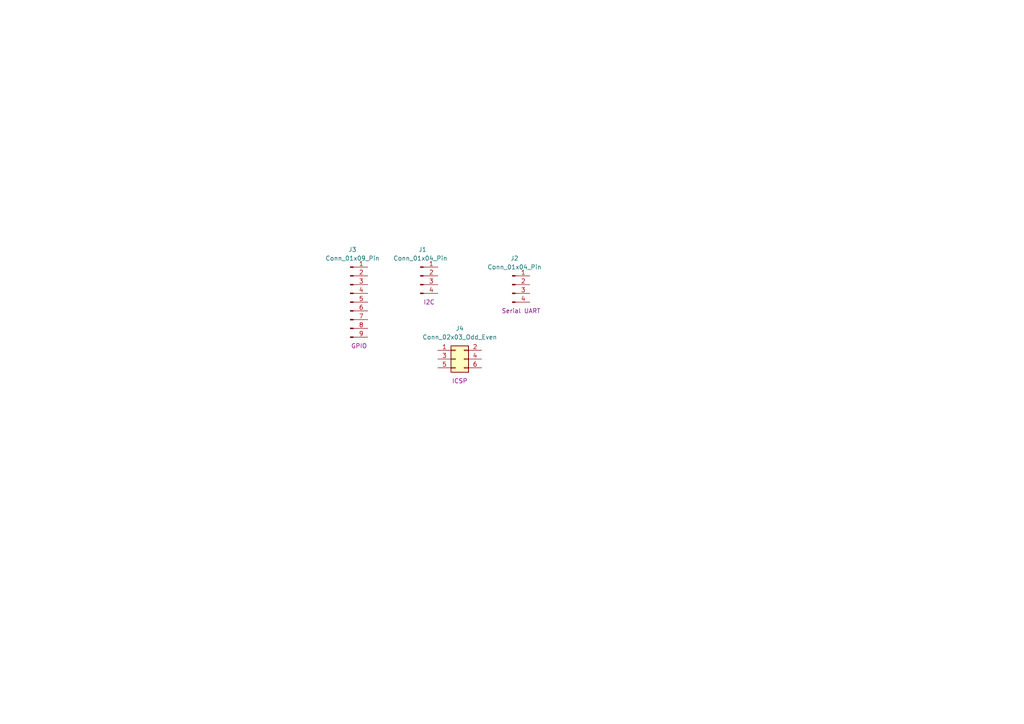
<source format=kicad_sch>
(kicad_sch (version 20231120) (generator "eeschema") (generator_version "8.0")
  (paper "A4")
  (title_block (title "Connectors") (date "2024-12-18"))
  (lib_symbols
    (symbol "Connector:Conn_01x04_Pin" (pin_names (offset 1.016) hide)
      (property "Reference" "J" (at 0 5.08 0))
      (property "Value" "Conn_01x04_Pin" (at 0 -7.62 0))
      (symbol "Conn_01x04_Pin_1_1"
        (polyline (pts (xy 1.27 -5.08) (xy 0.8636 -5.08)) (stroke (width 0.1524)))
        (polyline (pts (xy 1.27 -2.54) (xy 0.8636 -2.54)) (stroke (width 0.1524)))
        (polyline (pts (xy 1.27 0) (xy 0.8636 0)) (stroke (width 0.1524)))
        (polyline (pts (xy 1.27 2.54) (xy 0.8636 2.54)) (stroke (width 0.1524)))
        (rectangle (start 0.8636 -4.953) (end 0 -5.207) (stroke (width 0.1524)) (fill (type outline)))
        (rectangle (start 0.8636 -2.413) (end 0 -2.667) (stroke (width 0.1524)) (fill (type outline)))
        (rectangle (start 0.8636 0.127) (end 0 -0.127) (stroke (width 0.1524)) (fill (type outline)))
        (rectangle (start 0.8636 2.667) (end 0 2.413) (stroke (width 0.1524)) (fill (type outline)))
        (pin passive line (at 5.08 2.54 180) (length 3.81) (name "Pin_1") (number "1"))
        (pin passive line (at 5.08 0 180) (length 3.81) (name "Pin_2") (number "2"))
        (pin passive line (at 5.08 -2.54 180) (length 3.81) (name "Pin_3") (number "3"))
        (pin passive line (at 5.08 -5.08 180) (length 3.81) (name "Pin_4") (number "4"))
      )
    )
    (symbol "Connector:Conn_01x09_Pin" (pin_names (offset 1.016) hide)
      (property "Reference" "J" (at 0 12.7 0))
      (property "Value" "Conn_01x09_Pin" (at 0 -12.7 0))
      (symbol "Conn_01x09_Pin_1_1"
        (polyline (pts (xy 1.27 -10.16) (xy 0.8636 -10.16)) (stroke (width 0.1524)))
        (polyline (pts (xy 1.27 -7.62) (xy 0.8636 -7.62)) (stroke (width 0.1524)))
        (polyline (pts (xy 1.27 -5.08) (xy 0.8636 -5.08)) (stroke (width 0.1524)))
        (polyline (pts (xy 1.27 -2.54) (xy 0.8636 -2.54)) (stroke (width 0.1524)))
        (polyline (pts (xy 1.27 0) (xy 0.8636 0)) (stroke (width 0.1524)))
        (polyline (pts (xy 1.27 2.54) (xy 0.8636 2.54)) (stroke (width 0.1524)))
        (polyline (pts (xy 1.27 5.08) (xy 0.8636 5.08)) (stroke (width 0.1524)))
        (polyline (pts (xy 1.27 7.62) (xy 0.8636 7.62)) (stroke (width 0.1524)))
        (polyline (pts (xy 1.27 10.16) (xy 0.8636 10.16)) (stroke (width 0.1524)))
        (rectangle (start 0.8636 -10.033) (end 0 -10.287) (stroke (width 0.1524)) (fill (type outline)))
        (rectangle (start 0.8636 -7.493) (end 0 -7.747) (stroke (width 0.1524)) (fill (type outline)))
        (rectangle (start 0.8636 -4.953) (end 0 -5.207) (stroke (width 0.1524)) (fill (type outline)))
        (rectangle (start 0.8636 -2.413) (end 0 -2.667) (stroke (width 0.1524)) (fill (type outline)))
        (rectangle (start 0.8636 0.127) (end 0 -0.127) (stroke (width 0.1524)) (fill (type outline)))
        (rectangle (start 0.8636 2.667) (end 0 2.413) (stroke (width 0.1524)) (fill (type outline)))
        (rectangle (start 0.8636 5.207) (end 0 4.953) (stroke (width 0.1524)) (fill (type outline)))
        (rectangle (start 0.8636 7.747) (end 0 7.493) (stroke (width 0.1524)) (fill (type outline)))
        (rectangle (start 0.8636 10.287) (end 0 10.033) (stroke (width 0.1524)) (fill (type outline)))
        (pin passive line (at 5.08 10.16 180) (length 3.81) (name "Pin_1") (number "1"))
        (pin passive line (at 5.08 7.62 180) (length 3.81) (name "Pin_2") (number "2"))
        (pin passive line (at 5.08 5.08 180) (length 3.81) (name "Pin_3") (number "3"))
        (pin passive line (at 5.08 2.54 180) (length 3.81) (name "Pin_4") (number "4"))
        (pin passive line (at 5.08 0 180) (length 3.81) (name "Pin_5") (number "5"))
        (pin passive line (at 5.08 -2.54 180) (length 3.81) (name "Pin_6") (number "6"))
        (pin passive line (at 5.08 -5.08 180) (length 3.81) (name "Pin_7") (number "7"))
        (pin passive line (at 5.08 -7.62 180) (length 3.81) (name "Pin_8") (number "8"))
        (pin passive line (at 5.08 -10.16 180) (length 3.81) (name "Pin_9") (number "9"))
      )
    )
    (symbol "Connector_Generic:Conn_02x03_Odd_Even" (pin_names (offset 1.016) hide)
      (property "Reference" "J" (at 1.27 5.08 0))
      (property "Value" "Conn_02x03_Odd_Even" (at 1.27 -5.08 0))
      (symbol "Conn_02x03_Odd_Even_1_1"
        (rectangle (start -1.27 -2.413) (end 0 -2.667) (stroke (width 0.1524)))
        (rectangle (start -1.27 0.127) (end 0 -0.127) (stroke (width 0.1524)))
        (rectangle (start -1.27 2.667) (end 0 2.413) (stroke (width 0.1524)))
        (rectangle (start -1.27 3.81) (end 3.81 -3.81) (stroke (width 0.254)) (fill (type background)))
        (rectangle (start 3.81 -2.413) (end 2.54 -2.667) (stroke (width 0.1524)))
        (rectangle (start 3.81 0.127) (end 2.54 -0.127) (stroke (width 0.1524)))
        (rectangle (start 3.81 2.667) (end 2.54 2.413) (stroke (width 0.1524)))
        (pin passive line (at -5.08 2.54 0) (length 3.81) (name "Pin_1") (number "1"))
        (pin passive line (at 7.62 2.54 180) (length 3.81) (name "Pin_2") (number "2"))
        (pin passive line (at -5.08 0 0) (length 3.81) (name "Pin_3") (number "3"))
        (pin passive line (at 7.62 0 180) (length 3.81) (name "Pin_4") (number "4"))
        (pin passive line (at -5.08 -2.54 0) (length 3.81) (name "Pin_5") (number "5"))
        (pin passive line (at 7.62 -2.54 180) (length 3.81) (name "Pin_6") (number "6"))
      )
    )
  )
  (symbol (lib_id "Connector:Conn_01x04_Pin") (at 121.92 80.01 0) (unit 1)
    (property "Reference" "J1" (at 122.555 72.39 0))
    (property "Value" "Conn_01x04_Pin" (at 121.92 74.93 0))
    (property "Description" "I2C" (at 124.46 87.63 0))
  )
  (symbol (lib_id "Connector:Conn_01x09_Pin") (at 101.6 87.63 0) (unit 1)
    (property "Reference" "J3" (at 102.235 72.39 0))
    (property "Value" "Conn_01x09_Pin" (at 102.235 74.93 0))
    (property "Description" "GPIO" (at 104.14 100.33 0))
  )
  (symbol (lib_id "Connector_Generic:Conn_02x03_Odd_Even") (at 132.08 104.14 0) (unit 1)
    (property "Reference" "J4" (at 133.35 95.25 0))
    (property "Value" "Conn_02x03_Odd_Even" (at 133.35 97.79 0))
    (property "Description" "ICSP" (at 133.35 110.49 0))
  )
  (symbol (lib_id "Connector:Conn_01x04_Pin") (at 148.59 82.55 0) (unit 1)
    (property "Reference" "J2" (at 149.225 74.93 0))
    (property "Value" "Conn_01x04_Pin" (at 149.225 77.47 0))
    (property "Description" "Serial UART" (at 151.13 90.17 0))
  )
)
</source>
